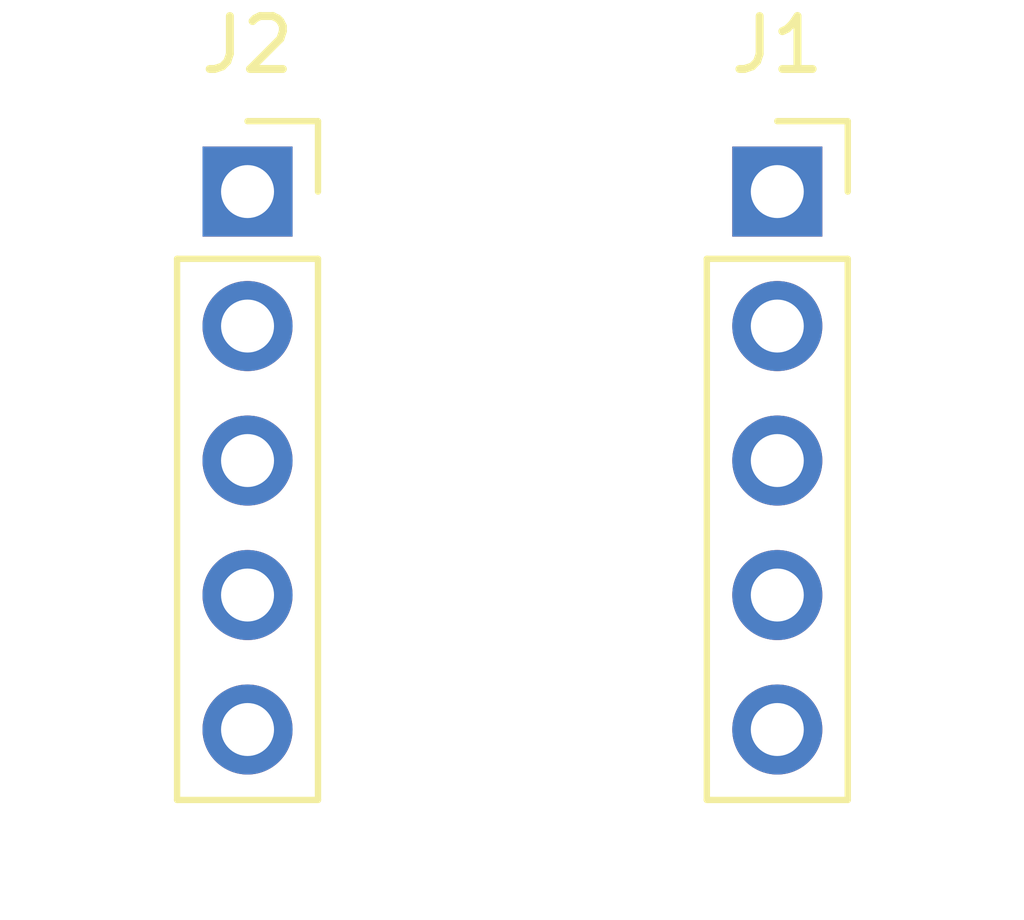
<source format=kicad_pcb>
(kicad_pcb (version 20211014) (generator pcbnew)
  (layers (0 "F.Cu" signal) (31 "B.Cu" signal) (34 "B.Paste" user "B. Paste") (35 "F.Paste" user "F. Paste") (36 "B.SilkS" user "B.Silkscreen") (37 "F.SilkS" user "F.Silkscreen") (38 "B.Mask" user) (39 "F.Mask" user) (44 "Edge.Cuts" user))
  (net 0 "")
  (footprint "Connector_PinSocket_2.54mm:PinSocket_1x05_P2.54mm_Vertical" (layer "F.Cu") (at 129.54 73.66)
    (fp_text reference "J1" (at 0 -2.77) (layer "F.SilkS"))
    (fp_text value "Conn_01x05")
    (fp_line (start 0 -1.33) (end 1.33 -1.33) (layer "F.SilkS") (width 0.12))
    (fp_line (start -1.33 1.27) (end -1.33 11.49) (layer "F.SilkS") (width 0.12))
    (fp_line (start -1.33 1.27) (end 1.33 1.27) (layer "F.SilkS") (width 0.12))
    (fp_line (start 1.33 1.27) (end 1.33 11.49) (layer "F.SilkS") (width 0.12))
    (fp_line (start -1.33 11.49) (end 1.33 11.49) (layer "F.SilkS") (width 0.12))
    (fp_line (start 1.33 -1.33) (end 1.33 0) (layer "F.SilkS") (width 0.12))
    (pad "1" thru_hole rect (at 0 0) (size 1.7 1.7) (drill 1) (layers *.Cu *.Mask))
    (pad "2" thru_hole oval (at 0 2.54) (size 1.7 1.7) (drill 1) (layers *.Cu *.Mask))
    (pad "3" thru_hole oval (at 0 5.08) (size 1.7 1.7) (drill 1) (layers *.Cu *.Mask))
    (pad "4" thru_hole oval (at 0 7.62) (size 1.7 1.7) (drill 1) (layers *.Cu *.Mask))
    (pad "5" thru_hole oval (at 0 10.16) (size 1.7 1.7) (drill 1) (layers *.Cu *.Mask))
  )
  (footprint "Connector_PinSocket_2.54mm:PinSocket_1x05_P2.54mm_Vertical" (layer "F.Cu") (at 119.54 73.66)
    (fp_text reference "J2" (at 0 -2.77) (layer "F.SilkS"))
    (fp_text value "Conn_01x05")
    (fp_line (start 0 -1.33) (end 1.33 -1.33) (layer "F.SilkS") (width 0.12))
    (fp_line (start -1.33 1.27) (end 1.33 1.27) (layer "F.SilkS") (width 0.12))
    (fp_line (start 1.33 1.27) (end 1.33 11.49) (layer "F.SilkS") (width 0.12))
    (fp_line (start 1.33 -1.33) (end 1.33 0) (layer "F.SilkS") (width 0.12))
    (fp_line (start -1.33 1.27) (end -1.33 11.49) (layer "F.SilkS") (width 0.12))
    (fp_line (start -1.33 11.49) (end 1.33 11.49) (layer "F.SilkS") (width 0.12))
    (pad "1" thru_hole rect (at 0 0) (size 1.7 1.7) (drill 1) (layers *.Cu *.Mask))
    (pad "2" thru_hole oval (at 0 2.54) (size 1.7 1.7) (drill 1) (layers *.Cu *.Mask))
    (pad "3" thru_hole oval (at 0 5.08) (size 1.7 1.7) (drill 1) (layers *.Cu *.Mask))
    (pad "4" thru_hole oval (at 0 7.62) (size 1.7 1.7) (drill 1) (layers *.Cu *.Mask))
    (pad "5" thru_hole oval (at 0 10.16) (size 1.7 1.7) (drill 1) (layers *.Cu *.Mask))
  )
)
</source>
